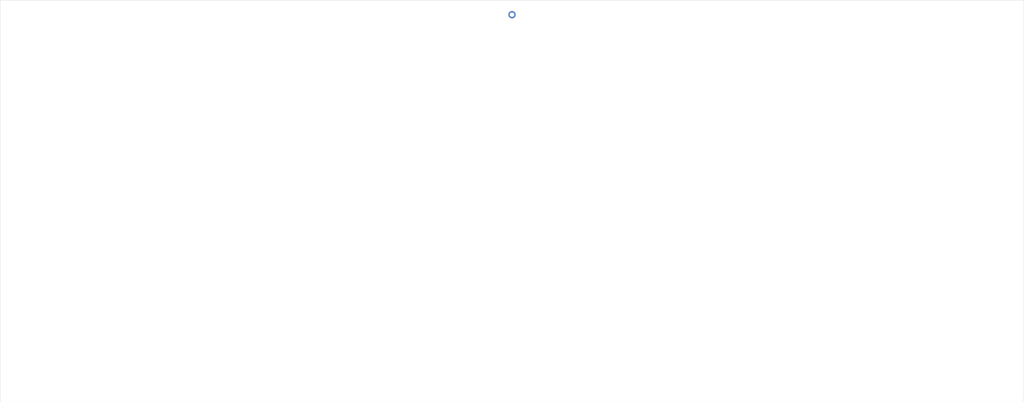
<source format=kicad_pcb>
(kicad_pcb (version 20160815) (host pcbnew no-vcs-found-7520~57~ubuntu14.04.1)

  (general
    (links 2)
    (no_connects 2)
    (area 19.949999 19.949999 371.908401 548.262701)
    (thickness 1.6)
    (drawings 4)
    (tracks 0)
    (zones 0)
    (modules 1)
    (nets 2)
  )

  (page A0)
  (layers
    (0 F.Cu signal)
    (31 B.Cu signal hide)
    (40 Dwgs.User user)
    (44 Edge.Cuts user)
  )

  (setup
    (last_trace_width 0.2)
    (trace_clearance 0.2)
    (zone_clearance 0.508)
    (zone_45_only no)
    (trace_min 0.2)
    (segment_width 0.2)
    (edge_width 0.15)
    (via_size 0.8)
    (via_drill 0.4)
    (via_min_size 0.4)
    (via_min_drill 0.3)
    (uvia_size 0.3)
    (uvia_drill 0.1)
    (uvias_allowed no)
    (uvia_min_size 0.2)
    (uvia_min_drill 0.1)
    (pcb_text_width 0.3)
    (pcb_text_size 1.5 1.5)
    (mod_edge_width 0.15)
    (mod_text_size 1 1)
    (mod_text_width 0.15)
    (pad_size 1.524 1.524)
    (pad_drill 0.762)
    (pad_to_mask_clearance 0.2)
    (aux_axis_origin 0 0)
    (visible_elements FFFFFF7F)
    (pcbplotparams
      (layerselection 0x00030_ffffffff)
      (usegerberextensions false)
      (excludeedgelayer true)
      (linewidth 0.100000)
      (plotframeref false)
      (viasonmask false)
      (mode 1)
      (useauxorigin false)
      (hpglpennumber 1)
      (hpglpenspeed 20)
      (hpglpendiameter 15)
      (psnegative false)
      (psa4output false)
      (plotreference true)
      (plotvalue true)
      (plotinvisibletext false)
      (padsonsilk false)
      (subtractmaskfromsilk false)
      (outputformat 1)
      (mirror false)
      (drillshape 1)
      (scaleselection 1)
      (outputdirectory ""))
  )

  (net 0 "")
  (net 1 Antennas)

  (net_class Default ""
    (clearance 0.2)
    (trace_width 0.2)
    (via_dia 0.8)
    (via_drill 0.4)
    (uvia_dia 0.3)
    (uvia_drill 0.1)
    (add_net Antennas)
  )

  (module X2 (layer F.Cu) (tedit 0) (tstamp 0)
    (at 195.9292 285.5)
    (fp_text reference "" (at 0 0) (layer F.SilkS)
      (effects (font (thickness 0.15)))
    )
    (fp_text value "" (at 0 0) (layer F.SilkS)
      (effects (font (thickness 0.15)))
    )
    (pad 1 thru_hole circle (at 0 0) (size 2.5 2.5) (drill 1.5) (layers F.Cu)
      (net 1 Antennas) (zone_connect 2))
  )

  (gr_line (start 20 418.6418) (end 20 280.5) (layer Edge.Cuts) (width 0.1))
  (gr_line (start 20 280.5) (end 371.8584 280.5) (layer Edge.Cuts) (width 0.1))
  (gr_line (start 371.8584 280.5) (end 371.8584 418.6418) (layer Edge.Cuts) (width 0.1))
  (gr_line (start 371.8584 418.6418) (end 20 418.6418) (layer Edge.Cuts) (width 0.1))

  (zone (net 1) (net_name Antennas) (layer F.Cu) (tstamp 0) (hatch edge 0.5)
    (connect_pads (clearance 0.3))
    (min_thickness 0.05)
    (fill yes (arc_segments 32) (thermal_gap 0.3) (thermal_bridge_width 0.25))
    (polygon
      (pts
        (xy 195.4292 285) (xy 195.4292 286) (xy 196.4292 286) (xy 196.4292 285)
      )
    )
  )
  (zone (net 1) (net_name Antennas) (layer F.Cu) (tstamp 0) (hatch edge 0.5)
    (connect_pads (clearance 0.3))
    (min_thickness 0.05)
    (fill yes (arc_segments 32) (thermal_gap 0.3) (thermal_bridge_width 0.25))
    (polygon
      (pts
        (xy 108.1886 325.5) (xy 108.1886 285.724) (xy 195.6415 285.724) (xy 196.1532 285.2123) (xy 196.1532 285.276)
        (xy 195.7052 285.276) (xy 195.7052 285.276) (xy 108.2523 285.276) (xy 107.7406 285.7877) (xy 107.7406 325.5)
        (xy 108.1886 325.5)
      )
    )
  )
  (zone (net 1) (net_name Antennas) (layer F.Cu) (tstamp 0) (hatch edge 0.5)
    (connect_pads (clearance 0.3))
    (min_thickness 0.05)
    (fill yes (arc_segments 32) (thermal_gap 0.3) (thermal_bridge_width 0.25))
    (polygon
      (pts
        (xy 228.8938 298.6418) (xy 228.8938 413.6418) (xy 338.8938 413.6418) (xy 338.8938 298.6418) (xy 286.3938 298.6418)
        (xy 286.3938 325.5) (xy 281.3938 325.5) (xy 281.3938 298.6418) (xy 228.8938 298.6418)
      )
    )
  )
  (zone (net 1) (net_name Antennas) (layer F.Cu) (tstamp 0) (hatch edge 0.5)
    (connect_pads (clearance 0.3))
    (min_thickness 0.05)
    (fill yes (arc_segments 32) (thermal_gap 0.3) (thermal_bridge_width 0.25))
    (polygon
      (pts
        (xy 52.9646 298.6418) (xy 52.9646 413.6418) (xy 162.9646 413.6418) (xy 162.9646 298.6418) (xy 110.4646 298.6418)
        (xy 110.4646 325.5) (xy 105.4646 325.5) (xy 105.4646 298.6418) (xy 52.9646 298.6418)
      )
    )
  )
  (zone (net 1) (net_name Antennas) (layer F.Cu) (tstamp 0) (hatch edge 0.5)
    (connect_pads (clearance 0.3))
    (min_thickness 0.05)
    (fill yes (arc_segments 32) (thermal_gap 0.3) (thermal_bridge_width 0.25))
    (polygon
      (pts
        (xy 284.1178 325.5) (xy 284.1178 285.7877) (xy 283.6061 285.276) (xy 196.1532 285.276) (xy 196.1532 285.276)
        (xy 195.7052 285.276) (xy 195.7052 285.2123) (xy 196.2169 285.724) (xy 283.6698 285.724) (xy 283.6698 325.5)
        (xy 284.1178 325.5)
      )
    )
  )
)

</source>
